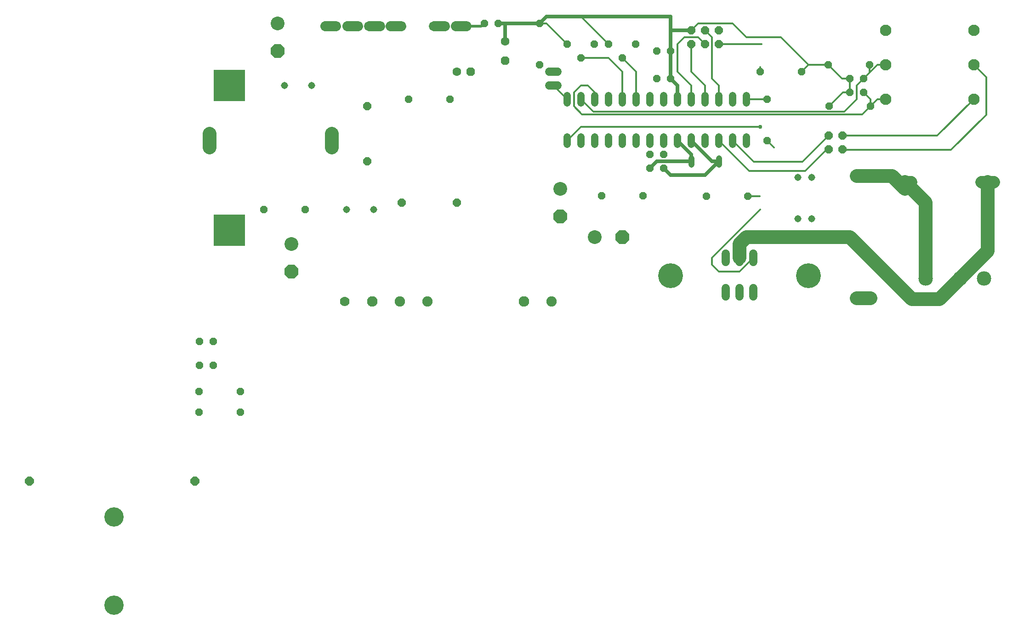
<source format=gbr>
G04 EAGLE Gerber RS-274X export*
G75*
%MOMM*%
%FSLAX34Y34*%
%LPD*%
%INTop Copper*%
%IPPOS*%
%AMOC8*
5,1,8,0,0,1.08239X$1,22.5*%
G01*
%ADD10C,2.247900*%
%ADD11C,2.540000*%
%ADD12P,2.749271X8X292.500000*%
%ADD13P,1.429621X8X22.500000*%
%ADD14P,1.429621X8X292.500000*%
%ADD15P,2.749271X8X22.500000*%
%ADD16P,1.649562X8X112.500000*%
%ADD17P,1.429621X8X112.500000*%
%ADD18P,1.539592X8X22.500000*%
%ADD19P,1.732040X8X22.500000*%
%ADD20C,1.600200*%
%ADD21P,1.732040X8X292.500000*%
%ADD22C,1.524000*%
%ADD23C,1.117600*%
%ADD24P,1.649562X8X202.500000*%
%ADD25C,2.540000*%
%ADD26R,5.842000X5.842000*%
%ADD27C,1.320800*%
%ADD28C,2.100000*%
%ADD29C,4.572000*%
%ADD30C,1.308000*%
%ADD31C,2.667000*%
%ADD32P,1.649562X8X22.500000*%
%ADD33C,1.778000*%
%ADD34C,1.930400*%
%ADD35C,1.905000*%
%ADD36P,1.429621X8X202.500000*%
%ADD37P,1.785944X8X22.500000*%
%ADD38C,1.828800*%
%ADD39C,1.828800*%
%ADD40P,1.649562X8X292.500000*%
%ADD41C,3.556000*%
%ADD42C,0.635000*%
%ADD43C,0.317500*%
%ADD44C,0.756400*%
%ADD45C,0.304800*%
%ADD46C,0.508000*%


D10*
X1296861Y241300D02*
X1319340Y241300D01*
X1449261Y241300D02*
X1471740Y241300D01*
D11*
X177800Y127000D03*
D12*
X177800Y76200D03*
D13*
X1206500Y406400D03*
X1231900Y406400D03*
X1206500Y431800D03*
X1231900Y431800D03*
X850900Y482600D03*
X876300Y482600D03*
X850900Y431800D03*
X876300Y431800D03*
D14*
X838200Y292100D03*
X838200Y266700D03*
D11*
X736600Y139700D03*
D15*
X787400Y139700D03*
D11*
X673100Y228600D03*
D12*
X673100Y177800D03*
D16*
X317500Y279400D03*
X317500Y381000D03*
D11*
X152400Y533400D03*
D12*
X152400Y482600D03*
D17*
X863600Y266700D03*
X863600Y292100D03*
D18*
X393700Y393700D03*
X469900Y393700D03*
D19*
X508000Y444500D03*
D20*
X482600Y444500D03*
D21*
X571500Y464820D03*
D20*
X571500Y500380D03*
D22*
X652780Y419100D02*
X668020Y419100D01*
X668020Y444500D02*
X652780Y444500D01*
D23*
X914400Y284988D02*
X914400Y273812D01*
X965200Y273812D02*
X965200Y284988D01*
D24*
X482600Y203200D03*
X381000Y203200D03*
D13*
X749300Y215900D03*
X825500Y215900D03*
D14*
X635000Y533400D03*
X635000Y457200D03*
D25*
X1219200Y252222D02*
X1244600Y252222D01*
X1244600Y27178D02*
X1219200Y27178D01*
X252222Y304800D02*
X252222Y330200D01*
X27178Y330200D02*
X27178Y304800D01*
D13*
X736346Y495300D03*
X686054Y495300D03*
X711200Y469900D03*
D26*
X63500Y419100D03*
X63500Y152400D03*
D27*
X685800Y310896D02*
X685800Y324104D01*
X711200Y324104D02*
X711200Y310896D01*
X736600Y310896D02*
X736600Y324104D01*
X762000Y324104D02*
X762000Y310896D01*
X787400Y310896D02*
X787400Y324104D01*
X812800Y324104D02*
X812800Y310896D01*
X838200Y310896D02*
X838200Y324104D01*
X863600Y324104D02*
X863600Y310896D01*
X889000Y310896D02*
X889000Y324104D01*
X914400Y324104D02*
X914400Y310896D01*
X939800Y310896D02*
X939800Y324104D01*
X965200Y324104D02*
X965200Y310896D01*
X990600Y310896D02*
X990600Y324104D01*
X1016000Y324104D02*
X1016000Y310896D01*
X1016000Y387096D02*
X1016000Y400304D01*
X990600Y400304D02*
X990600Y387096D01*
X965200Y387096D02*
X965200Y400304D01*
X939800Y400304D02*
X939800Y387096D01*
X914400Y387096D02*
X914400Y400304D01*
X889000Y400304D02*
X889000Y387096D01*
X863600Y387096D02*
X863600Y400304D01*
X838200Y400304D02*
X838200Y387096D01*
X812800Y387096D02*
X812800Y400304D01*
X787400Y400304D02*
X787400Y387096D01*
X762000Y387096D02*
X762000Y400304D01*
X736600Y400304D02*
X736600Y387096D01*
X711200Y387096D02*
X711200Y400304D01*
X685800Y400304D02*
X685800Y387096D01*
D28*
X1435100Y393700D03*
X1272800Y393700D03*
X1435100Y457200D03*
X1272800Y457200D03*
X1435100Y520700D03*
X1272800Y520700D03*
D29*
X876300Y68580D03*
X1130300Y68580D03*
D30*
X329692Y190500D03*
X279908Y190500D03*
X165608Y419100D03*
X215392Y419100D03*
D13*
X533400Y533400D03*
X558800Y533400D03*
D31*
X1409700Y63500D03*
X1346200Y63500D03*
X1454150Y63500D03*
D32*
X914400Y495300D03*
X914400Y520700D03*
X939800Y495300D03*
X939800Y520700D03*
X965200Y495300D03*
X965200Y520700D03*
D33*
X276762Y21055D03*
D34*
X327562Y21055D03*
D35*
X378362Y21055D03*
X429162Y21055D03*
D34*
X606962Y21055D03*
D35*
X657762Y21055D03*
D22*
X1028700Y93980D02*
X1028700Y109220D01*
X1003300Y109220D02*
X1003300Y93980D01*
X977900Y93980D02*
X977900Y109220D01*
D13*
X127000Y190500D03*
X203200Y190500D03*
X1041400Y444500D03*
X1117600Y444500D03*
D36*
X1244600Y381000D03*
X1168400Y381000D03*
D37*
X-304800Y-310203D03*
X0Y-310203D03*
D17*
X1054100Y317500D03*
X1054100Y393700D03*
D36*
X1018795Y215376D03*
X942595Y215376D03*
X1242868Y457153D03*
X1166668Y457153D03*
D13*
X812546Y495300D03*
X762254Y495300D03*
X787400Y469900D03*
D38*
X281052Y528187D03*
X300864Y528187D03*
D39*
X281306Y528187D01*
D38*
X240860Y528479D03*
X260672Y528479D03*
D39*
X241114Y528479D01*
D38*
X321396Y527915D03*
X341208Y527915D03*
D39*
X321650Y527915D01*
D38*
X361006Y528354D03*
X380818Y528354D03*
D39*
X361260Y528354D01*
D38*
X440880Y528250D03*
X460692Y528250D03*
D39*
X441134Y528250D01*
D38*
X481453Y528250D03*
X501040Y528476D03*
D39*
X481482Y528476D01*
D22*
X977900Y45720D02*
X977900Y30480D01*
X1003300Y30480D02*
X1003300Y45720D01*
X1028700Y45720D02*
X1028700Y30480D01*
D40*
X1167786Y326624D03*
X1193186Y326624D03*
X1167786Y301224D03*
X1193186Y301224D03*
D13*
X8890Y-52566D03*
X34290Y-52566D03*
X8890Y-96254D03*
X34290Y-96254D03*
X7620Y-145062D03*
X83820Y-145062D03*
X7620Y-183203D03*
X83820Y-183203D03*
D30*
X1136745Y249605D03*
X1111345Y249605D03*
X1111345Y173405D03*
X1136745Y173405D03*
D41*
X-148331Y-376261D03*
X-148331Y-538821D03*
D42*
X914400Y317500D02*
X952500Y279400D01*
X965200Y279400D01*
X876300Y254000D02*
X863600Y266700D01*
X939800Y254000D02*
X965200Y279400D01*
X939800Y254000D02*
X876300Y254000D01*
X914400Y292100D02*
X889000Y317500D01*
X914400Y292100D02*
X914400Y279400D01*
X850900Y279400D02*
X838200Y266700D01*
X850900Y279400D02*
X914400Y279400D01*
X571500Y533400D02*
X558800Y533400D01*
X571500Y533400D02*
X635000Y533400D01*
X571500Y533400D02*
X571500Y500380D01*
X635000Y533400D02*
X647700Y546100D01*
X698500Y546100D01*
X876300Y546100D01*
X876300Y520700D02*
X914400Y520700D01*
X876300Y520700D02*
X876300Y546100D01*
X876300Y520700D02*
X876300Y482600D01*
X876300Y431800D01*
X889000Y419100D01*
X889000Y393700D01*
D43*
X647954Y533400D02*
X635000Y533400D01*
X647954Y533400D02*
X686054Y495300D01*
X698500Y546100D02*
X711454Y546100D01*
X762254Y495300D01*
X1206500Y431800D02*
X1206500Y406400D01*
X1193800Y406400D02*
X1168400Y381000D01*
X1193800Y406400D02*
X1206500Y406400D01*
X1206500Y431800D02*
X1192021Y431800D01*
X1166668Y457153D01*
X1130253Y457153D01*
X927100Y533400D02*
X914400Y520700D01*
X990600Y533400D02*
X1016000Y508000D01*
X1079500Y508000D01*
X1130300Y457200D01*
X990600Y533400D02*
X927100Y533400D01*
X1117600Y444500D02*
X1130253Y457153D01*
X952500Y508000D02*
X939800Y520700D01*
X952500Y431800D02*
X965200Y419100D01*
X965200Y393700D01*
X952500Y431800D02*
X952500Y508000D01*
X914400Y495300D02*
X914400Y444500D01*
X939800Y419100D01*
X939800Y393700D01*
X939800Y495300D02*
X927100Y508000D01*
X901700Y508000D01*
X889000Y495300D01*
X889000Y444500D01*
X914400Y419100D01*
X914400Y393700D01*
X965200Y495300D02*
X1044194Y495300D01*
X1041400Y452882D02*
X1041400Y444500D01*
X711200Y342900D02*
X685800Y317500D01*
D44*
X1041400Y342900D03*
D43*
X711200Y342900D01*
X1016000Y393700D02*
X1054100Y393700D01*
X1244600Y381000D02*
X1257300Y393700D01*
X1244600Y393700D02*
X1231900Y406400D01*
X713456Y366044D02*
X698500Y381000D01*
X1229644Y366044D02*
X1244600Y381000D01*
X1229644Y366044D02*
X713456Y366044D01*
X698500Y381000D02*
X698500Y406400D01*
X711200Y419100D01*
X723900Y419100D01*
X736600Y406400D01*
X736600Y393700D01*
D45*
X1244600Y393700D02*
X1244600Y381000D01*
X1257300Y393700D02*
X1272800Y393700D01*
D43*
X1231900Y431800D02*
X1231900Y431859D01*
X1231900Y431800D02*
X1219200Y419100D01*
X1219200Y393700D01*
X1196411Y370911D01*
X733989Y370911D01*
X711200Y393700D01*
D45*
X1231900Y431800D02*
X1242868Y442768D01*
X1242868Y457153D01*
X1242868Y442768D02*
X1257300Y457200D01*
X1272800Y457200D01*
D43*
X685800Y393700D02*
X660400Y419100D01*
X787400Y469900D02*
X812800Y444500D01*
X812800Y393700D01*
X762000Y469900D02*
X711200Y469900D01*
X762000Y469900D02*
X787400Y444500D01*
X787400Y393700D01*
D45*
X1054100Y317500D02*
X1066800Y304800D01*
D43*
X1040876Y215376D02*
X1018795Y215376D01*
X952500Y101600D02*
X952500Y88900D01*
X965200Y76200D01*
X1003300Y76200D02*
X1028700Y101600D01*
X952500Y101600D02*
X1041400Y190500D01*
D45*
X1003300Y76200D02*
X965200Y76200D01*
D25*
X1460500Y114300D02*
X1460500Y241300D01*
X1460500Y114300D02*
X1409700Y63500D01*
X1003300Y101600D02*
X1003300Y127000D01*
X1016000Y139700D01*
X1206500Y139700D01*
X1320800Y25400D01*
X1371600Y25400D01*
X1409700Y63500D01*
X1284478Y252222D02*
X1231900Y252222D01*
X1284478Y252222D02*
X1308100Y228600D01*
X1308100Y241300D01*
X1346200Y203200D01*
X1346200Y63500D01*
D46*
X533400Y533400D02*
X528189Y528189D01*
X481453Y528250D01*
D45*
X965200Y317500D02*
X1021034Y261666D01*
X1021296Y261404D01*
X1021034Y261666D02*
X1124990Y261666D01*
X1164548Y301224D02*
X1167786Y301224D01*
X1164548Y301224D02*
X1124990Y261666D01*
X1029770Y278330D02*
X990600Y317500D01*
X1119491Y278330D02*
X1167786Y326624D01*
X1119491Y278330D02*
X1029770Y278330D01*
X1368024Y326624D02*
X1435100Y393700D01*
X1368024Y326624D02*
X1193186Y326624D01*
X1435100Y457200D02*
X1457948Y434352D01*
X1457948Y365039D02*
X1393160Y300251D01*
X1194158Y300251D01*
X1193186Y301224D01*
X1457948Y365039D02*
X1457948Y434352D01*
M02*

</source>
